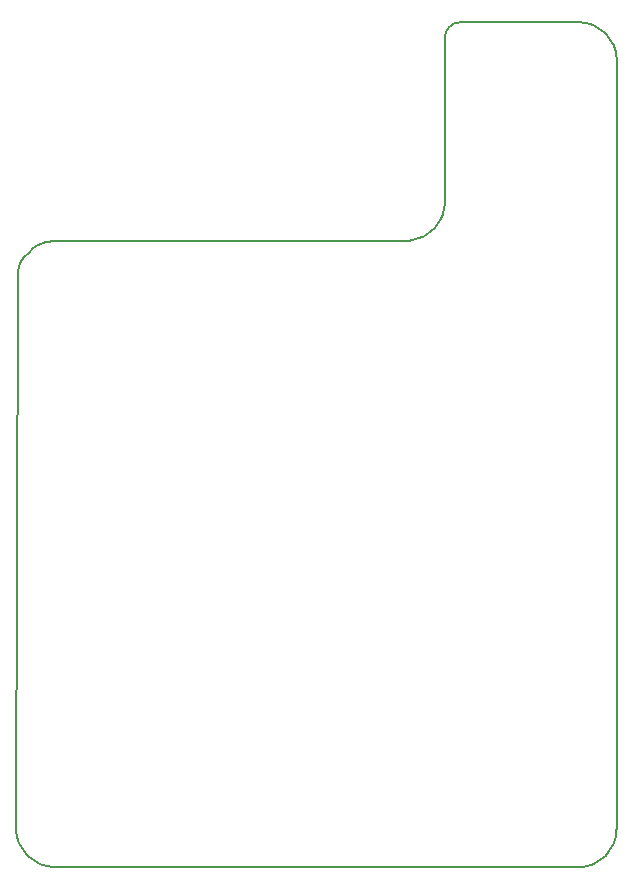
<source format=gko>
G04 DipTrace 2.4.0.2*
%INBoardOutline.gbr*%
%MOIN*%
%ADD11C,0.0055*%
%FSLAX44Y44*%
G04*
G70*
G90*
G75*
G01*
%LNBoardOutline*%
%LPD*%
X4360Y24420D2*
D11*
X4500Y24560D1*
X4670Y24670D1*
X4930Y24760D1*
X5230Y24790D1*
X17080Y24820D1*
G03X18250Y26090I-136J1300D01*
G01*
X18240Y31560D1*
G02X18740Y32100I512J27D01*
G01*
X22700D1*
G02X23970Y30850I10J-1260D01*
G01*
X23960Y5220D1*
G02X22690Y3940I-1243J-37D01*
G01*
X5260D1*
G02X3940Y5230I-22J1298D01*
G01*
X4000Y23550D1*
X4020Y23820D1*
X4090Y24060D1*
X4210Y24270D1*
X4360Y24420D1*
M02*

</source>
